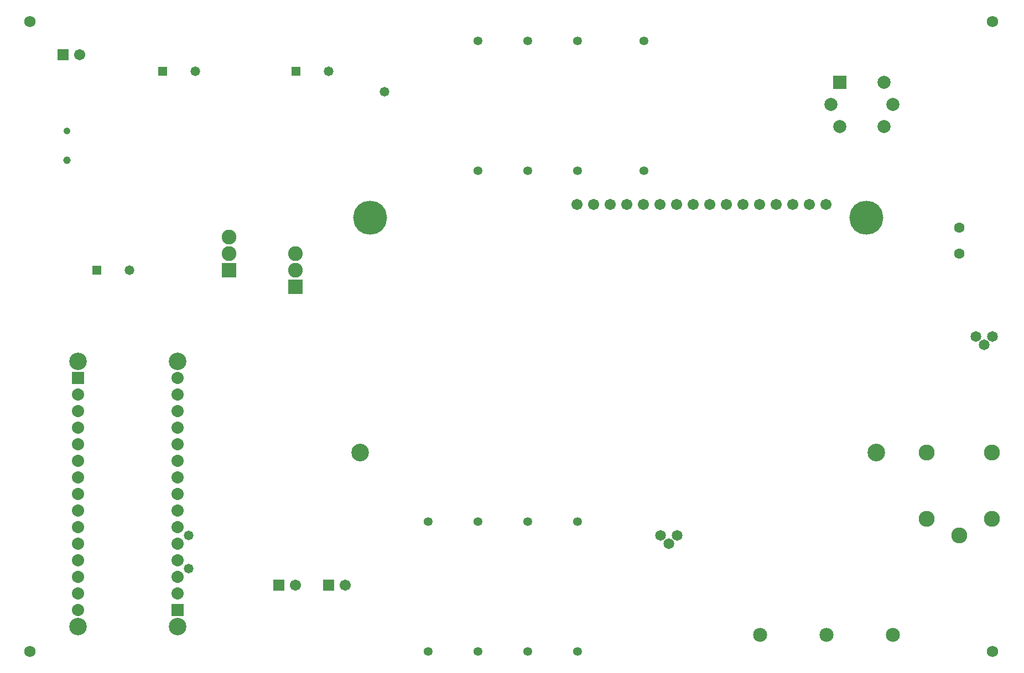
<source format=gbs>
%FSTAX23Y23*%
%MOIN*%
%SFA1B1*%

%IPPOS*%
%ADD20C,0.204850*%
%ADD21C,0.106425*%
%ADD22C,0.067055*%
%ADD23C,0.068000*%
%ADD24C,0.053275*%
%ADD25C,0.045401*%
%ADD26C,0.041464*%
%ADD27R,0.088905X0.088905*%
%ADD28C,0.088905*%
%ADD29C,0.096582*%
%ADD30R,0.058197X0.058197*%
%ADD31C,0.058197*%
%ADD32C,0.064693*%
%ADD33R,0.067055X0.067055*%
%ADD34C,0.084771*%
%ADD35C,0.063118*%
%ADD36C,0.078866*%
%ADD37R,0.078866X0.078866*%
%ADD38R,0.073551X0.073551*%
%ADD39C,0.073551*%
%ADD40C,0.105441*%
%ADD41C,0.058000*%
%LNpcb1-1*%
%LPD*%
G54D20*
X02148Y02717D03*
X0514D03*
G54D21*
X02089Y013D03*
X052D03*
G54D22*
X03496Y02796D03*
X03396D03*
X04896D03*
X04796D03*
X04696D03*
X04596D03*
X04496D03*
X04396D03*
X04296D03*
X04196D03*
X04096D03*
X03996D03*
X03896D03*
X03796D03*
X03696D03*
X03596D03*
X017Y005D03*
X02D03*
X004Y037D03*
G54D23*
X059Y001D03*
X001D03*
Y039D03*
X059D03*
G54D24*
X034Y03D03*
Y03783D03*
X031Y001D03*
Y00883D03*
X028Y001D03*
Y00883D03*
X025Y001D03*
Y00883D03*
X034Y001D03*
Y00883D03*
X028Y03D03*
Y03783D03*
X038Y03D03*
Y03783D03*
X031Y03D03*
Y03783D03*
G54D25*
X00324Y03062D03*
G54D26*
X00324Y0324D03*
G54D27*
X013Y024D03*
X017Y023D03*
G54D28*
X013Y025D03*
Y026D03*
X017Y02399D03*
Y02499D03*
G54D29*
X05896Y00898D03*
Y013D03*
X05503D03*
Y00898D03*
X057Y008D03*
G54D30*
X00503Y024D03*
X009Y036D03*
X01703D03*
G54D31*
X007Y024D03*
X01096Y036D03*
X019D03*
G54D32*
X04Y008D03*
X0395Y0075D03*
X039Y008D03*
X059Y02D03*
X0585Y0195D03*
X058Y02D03*
G54D33*
X016Y005D03*
X019D03*
X003Y037D03*
G54D34*
X053Y002D03*
X049D03*
X045D03*
G54D35*
X057Y02657D03*
Y025D03*
G54D36*
X04925Y034D03*
X053D03*
X05245Y03267D03*
X0498D03*
X05245Y03532D03*
G54D37*
X0498Y03532D03*
G54D38*
X00388Y01749D03*
X00988Y00349D03*
G54D39*
X00388Y01649D03*
Y01549D03*
Y01449D03*
Y01349D03*
Y01249D03*
Y01149D03*
Y01049D03*
Y00949D03*
Y00849D03*
Y00749D03*
Y00649D03*
Y00549D03*
Y00449D03*
Y00349D03*
X00988Y00449D03*
Y00549D03*
Y00649D03*
Y00749D03*
Y00849D03*
Y00949D03*
Y01049D03*
Y01149D03*
Y01249D03*
Y01349D03*
Y01449D03*
Y01549D03*
Y01649D03*
Y01749D03*
G54D40*
X00388Y01849D03*
X00988D03*
Y00249D03*
X00388D03*
G54D41*
X02235Y03475D03*
X01057Y00799D03*
Y00599D03*
M02*
</source>
